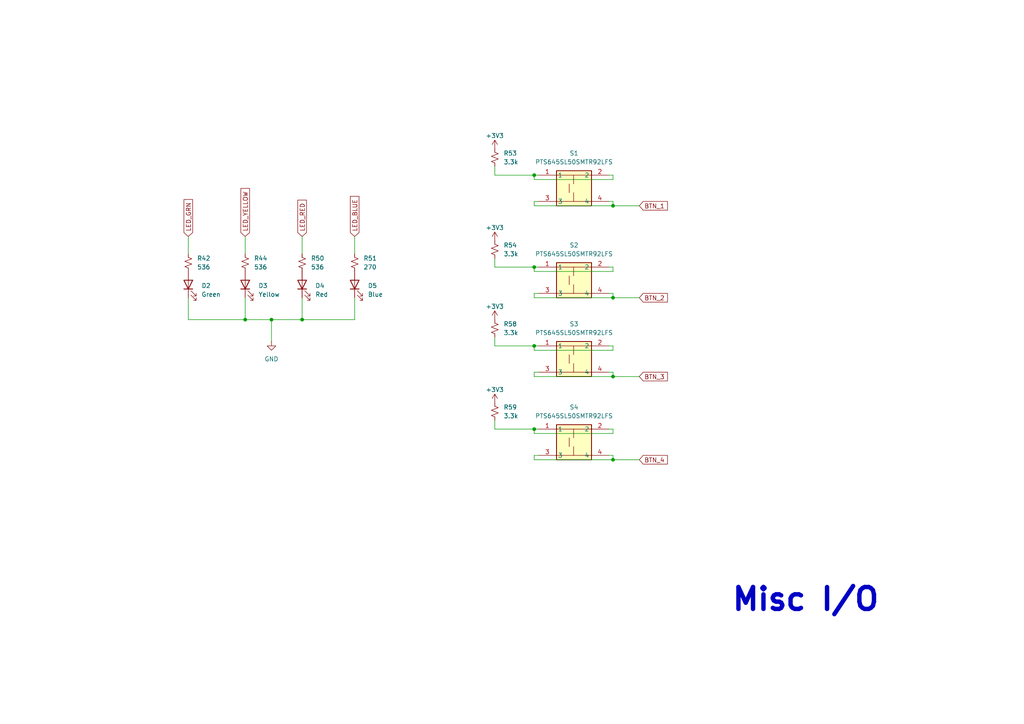
<source format=kicad_sch>
(kicad_sch (version 20231120) (generator "eeschema") (generator_version "8.0")
  (paper "A4")
  (lib_symbols
    (symbol "Device:LED" (pin_numbers hide) (pin_names (offset 1.016) hide)
      (property "Reference" "D" (at 0 2.54 0))
      (property "Value" "LED" (at 0 -2.54 0))
      (symbol "LED_0_1"
        (polyline (pts (xy -1.27 -1.27) (xy -1.27 1.27)) (stroke (width 0.254)))
        (polyline (pts (xy -1.27 0) (xy 1.27 0)))
        (polyline (pts (xy 1.27 -1.27) (xy 1.27 1.27) (xy -1.27 0) (xy 1.27 -1.27)) (stroke (width 0.254)))
        (polyline (pts (xy -3.048 -0.762) (xy -4.572 -2.286) (xy -3.81 -2.286) (xy -4.572 -2.286) (xy -4.572 -1.524)))
        (polyline (pts (xy -1.778 -0.762) (xy -3.302 -2.286) (xy -2.54 -2.286) (xy -3.302 -2.286) (xy -3.302 -1.524)))
      )
      (symbol "LED_1_1"
        (pin passive line (at -3.81 0 0) (length 2.54) (name "K") (number "1"))
        (pin passive line (at 3.81 0 180) (length 2.54) (name "A") (number "2"))
      )
    )
    (symbol "Device:R_Small_US" (pin_numbers hide) (pin_names (offset 0.254) hide)
      (property "Reference" "R" (at 0.762 0.508 0))
      (property "Value" "R_Small_US" (at 0.762 -1.016 0))
      (symbol "R_Small_US_1_1"
        (polyline (pts (xy 0 0) (xy 1.016 -0.381) (xy 0 -0.762) (xy -1.016 -1.143) (xy 0 -1.524)))
        (polyline (pts (xy 0 1.524) (xy 1.016 1.143) (xy 0 0.762) (xy -1.016 0.381) (xy 0 0)))
        (pin passive line (at 0 2.54 270) (length 1.016) (name "~") (number "1"))
        (pin passive line (at 0 -2.54 90) (length 1.016) (name "~") (number "2"))
      )
    )
    (symbol "PTS645SL50SMTR92LFS:PTS645SL50SMTR92LFS"
      (property "Reference" "S" (at 16.51 7.62 0))
      (property "Value" "PTS645SL50SMTR92LFS" (at 16.51 5.08 0))
      (symbol "PTS645SL50SMTR92LFS_0_1"
        (polyline (pts (xy 5.08 -6.35) (xy 15.24 -6.35)))
        (polyline (pts (xy 5.08 1.27) (xy 15.24 1.27)))
        (polyline (pts (xy 8.89 -1.27) (xy 8.89 -3.81)))
        (polyline (pts (xy 10.16 -6.35) (xy 10.16 -3.81)))
        (polyline (pts (xy 10.16 1.27) (xy 10.16 -1.27)))
      )
      (symbol "PTS645SL50SMTR92LFS_1_1"
        (rectangle (start 5.207 2.54) (end 15.367 -7.62) (stroke (width 0.254)) (fill (type background)))
        (pin passive line (at 0 1.27 0) (length 5.08) (name "1") (number "1"))
        (pin passive line (at 20.32 1.27 180) (length 5.08) (name "2") (number "2"))
        (pin passive line (at 0 -6.35 0) (length 5.08) (name "3") (number "3"))
        (pin passive line (at 20.32 -6.35 180) (length 5.08) (name "4") (number "4"))
      )
    )
    (symbol "power:+3V3" (power) (pin_numbers hide) (pin_names (offset 0) hide)
      (property "Value" "+3V3" (at 0 3.556 0))
      (symbol "+3V3_0_1"
        (polyline (pts (xy -0.762 1.27) (xy 0 2.54)))
        (polyline (pts (xy 0 0) (xy 0 2.54)))
        (polyline (pts (xy 0 2.54) (xy 0.762 1.27)))
      )
      (symbol "+3V3_1_1"
        (pin power_in line (at 0 0 90) (length 0) (name "~") (number "1"))
      )
    )
    (symbol "power:GND" (power) (pin_numbers hide) (pin_names (offset 0) hide)
      (property "Value" "GND" (at 0 -3.81 0))
      (symbol "GND_0_1"
        (polyline (pts (xy 0 0) (xy 0 -1.27) (xy 1.27 -1.27) (xy 0 -2.54) (xy -1.27 -1.27) (xy 0 -1.27)))
      )
      (symbol "GND_1_1"
        (pin power_in line (at 0 0 270) (length 0) (name "~") (number "1"))
      )
    )
  )
  (junction (at 71.12 92.71))
  (junction (at 154.94 100.33))
  (junction (at 87.63 92.71))
  (junction (at 154.94 77.47))
  (junction (at 177.8 86.36))
  (junction (at 78.74 92.71))
  (junction (at 154.94 50.8))
  (junction (at 154.94 124.46))
  (junction (at 177.8 109.22))
  (junction (at 177.8 59.69))
  (junction (at 177.8 133.35))
  (wire (pts (xy 154.94 109.22) (xy 177.8 109.22)))
  (wire (pts (xy 54.61 86.36) (xy 54.61 92.71)))
  (wire (pts (xy 154.94 52.07) (xy 177.8 52.07)))
  (wire (pts (xy 143.51 77.47) (xy 143.51 74.93)))
  (wire (pts (xy 71.12 92.71) (xy 71.12 86.36)))
  (wire (pts (xy 156.21 132.08) (xy 154.94 132.08)))
  (wire (pts (xy 154.94 124.46) (xy 156.21 124.46)))
  (wire (pts (xy 154.94 100.33) (xy 156.21 100.33)))
  (wire (pts (xy 154.94 58.42) (xy 154.94 59.69)))
  (wire (pts (xy 143.51 100.33) (xy 154.94 100.33)))
  (wire (pts (xy 71.12 92.71) (xy 78.74 92.71)))
  (wire (pts (xy 154.94 86.36) (xy 177.8 86.36)))
  (wire (pts (xy 177.8 107.95) (xy 176.53 107.95)))
  (wire (pts (xy 177.8 59.69) (xy 177.8 58.42)))
  (wire (pts (xy 154.94 132.08) (xy 154.94 133.35)))
  (wire (pts (xy 177.8 100.33) (xy 176.53 100.33)))
  (wire (pts (xy 156.21 58.42) (xy 154.94 58.42)))
  (wire (pts (xy 154.94 124.46) (xy 154.94 125.73)))
  (wire (pts (xy 177.8 50.8) (xy 176.53 50.8)))
  (wire (pts (xy 177.8 132.08) (xy 176.53 132.08)))
  (wire (pts (xy 87.63 92.71) (xy 87.63 86.36)))
  (wire (pts (xy 177.8 101.6) (xy 177.8 100.33)))
  (wire (pts (xy 102.87 92.71) (xy 102.87 86.36)))
  (wire (pts (xy 177.8 52.07) (xy 177.8 50.8)))
  (wire (pts (xy 177.8 59.69) (xy 185.42 59.69)))
  (wire (pts (xy 143.51 124.46) (xy 143.51 121.92)))
  (wire (pts (xy 143.51 50.8) (xy 143.51 48.26)))
  (wire (pts (xy 156.21 85.09) (xy 154.94 85.09)))
  (wire (pts (xy 177.8 109.22) (xy 185.42 109.22)))
  (wire (pts (xy 143.51 124.46) (xy 154.94 124.46)))
  (wire (pts (xy 154.94 133.35) (xy 177.8 133.35)))
  (wire (pts (xy 154.94 50.8) (xy 156.21 50.8)))
  (wire (pts (xy 177.8 133.35) (xy 177.8 132.08)))
  (wire (pts (xy 177.8 86.36) (xy 185.42 86.36)))
  (wire (pts (xy 177.8 133.35) (xy 185.42 133.35)))
  (wire (pts (xy 177.8 124.46) (xy 176.53 124.46)))
  (wire (pts (xy 154.94 125.73) (xy 177.8 125.73)))
  (wire (pts (xy 177.8 77.47) (xy 176.53 77.47)))
  (wire (pts (xy 102.87 68.58) (xy 102.87 73.66)))
  (wire (pts (xy 177.8 86.36) (xy 177.8 85.09)))
  (wire (pts (xy 87.63 68.58) (xy 87.63 73.66)))
  (wire (pts (xy 87.63 92.71) (xy 102.87 92.71)))
  (wire (pts (xy 154.94 59.69) (xy 177.8 59.69)))
  (wire (pts (xy 154.94 100.33) (xy 154.94 101.6)))
  (wire (pts (xy 177.8 109.22) (xy 177.8 107.95)))
  (wire (pts (xy 154.94 101.6) (xy 177.8 101.6)))
  (wire (pts (xy 154.94 77.47) (xy 154.94 78.74)))
  (wire (pts (xy 143.51 100.33) (xy 143.51 97.79)))
  (wire (pts (xy 78.74 92.71) (xy 87.63 92.71)))
  (wire (pts (xy 154.94 77.47) (xy 156.21 77.47)))
  (wire (pts (xy 143.51 50.8) (xy 154.94 50.8)))
  (wire (pts (xy 177.8 58.42) (xy 176.53 58.42)))
  (wire (pts (xy 71.12 68.58) (xy 71.12 73.66)))
  (wire (pts (xy 154.94 78.74) (xy 177.8 78.74)))
  (wire (pts (xy 154.94 107.95) (xy 154.94 109.22)))
  (wire (pts (xy 154.94 50.8) (xy 154.94 52.07)))
  (wire (pts (xy 177.8 78.74) (xy 177.8 77.47)))
  (wire (pts (xy 143.51 77.47) (xy 154.94 77.47)))
  (wire (pts (xy 156.21 107.95) (xy 154.94 107.95)))
  (wire (pts (xy 177.8 125.73) (xy 177.8 124.46)))
  (wire (pts (xy 177.8 85.09) (xy 176.53 85.09)))
  (wire (pts (xy 154.94 85.09) (xy 154.94 86.36)))
  (wire (pts (xy 54.61 92.71) (xy 71.12 92.71)))
  (wire (pts (xy 54.61 68.58) (xy 54.61 73.66)))
  (wire (pts (xy 78.74 99.06) (xy 78.74 92.71)))
  (text "Misc I/O" (at 233.68 173.99 0) (effects (font (size 6.35 6.35) (bold yes))))
  (global_label "LED_YELLOW" (shape input) (at 71.12 68.58 90) (property "Intersheetrefs" "${INTERSHEET_REFS}" (effects (hide yes))))
  (global_label "BTN_2" (shape input) (at 185.42 86.36 0) (property "Intersheetrefs" "${INTERSHEET_REFS}" (effects (hide yes))))
  (global_label "BTN_3" (shape input) (at 185.42 109.22 0) (property "Intersheetrefs" "${INTERSHEET_REFS}" (effects (hide yes))))
  (global_label "BTN_1" (shape input) (at 185.42 59.69 0) (property "Intersheetrefs" "${INTERSHEET_REFS}" (effects (hide yes))))
  (global_label "LED_BLUE" (shape input) (at 102.87 68.58 90) (property "Intersheetrefs" "${INTERSHEET_REFS}" (effects (hide yes))))
  (global_label "LED_RED" (shape input) (at 87.63 68.58 90) (property "Intersheetrefs" "${INTERSHEET_REFS}" (effects (hide yes))))
  (global_label "BTN_4" (shape input) (at 185.42 133.35 0) (property "Intersheetrefs" "${INTERSHEET_REFS}" (effects (hide yes))))
  (global_label "LED_GRN" (shape input) (at 54.61 68.58 90) (property "Intersheetrefs" "${INTERSHEET_REFS}" (effects (hide yes))))
  (symbol (lib_id "power:GND") (at 78.74 99.06 0) (unit 1)
    (property "Reference" "#PWR010" (effects (hide yes)))
    (property "Value" "GND" (at 78.74 104.14 0))
    (property "Description" "Power symbol creates a global label with name \"GND\" , ground" (effects (hide yes)))
  )
  (symbol (lib_id "Device:LED") (at 71.12 82.55 90) (unit 1)
    (property "Reference" "D3" (at 74.93 82.8674 90) (effects (justify right)))
    (property "Value" "Yellow" (at 74.93 85.4074 90) (effects (justify right)))
    (property "Footprint" "Wurth-150080xS7500-Series:Wurth_150080xS7500_0805" (effects (hide yes)))
    (property "Datasheet" "https://www.we-online.com/components/products/datasheet/150080YS75000.pdf" (effects (hide yes)))
    (property "Description" "Light emitting diode" (effects (hide yes)))
    (property "Digikey" "https://www.digikey.com/en/products/detail/w%C3%BCrth-elektronik/150080YS75000/4489927" (effects (hide yes)))
    (property "Mfgr" "Wurth" (effects (hide yes)))
    (property "MPN" "150080YS75000" (effects (hide yes)))
  )
  (symbol (lib_id "Device:R_Small_US") (at 143.51 119.38 0) (unit 1)
    (property "Reference" "R59" (at 146.05 118.1099 0) (effects (justify left)))
    (property "Value" "3.3k" (at 146.05 120.6499 0) (effects (justify left)))
    (property "Footprint" "PCM_Resistor_SMD_AKL:R_0805_2012Metric_Pad1.15x1.40mm" (effects (hide yes)))
    (property "Datasheet" "https://www.yageo.com/upload/media/product/products/datasheet/rchip/PYu-RC_Group_51_RoHS_L_12.pdf" (effects (hide yes)))
    (property "Description" "Resistor, small US symbol" (effects (hide yes)))
    (property "Mfgr" "YAGEO" (effects (hide yes)))
    (property "MPN" "RC0805FR-073K3L" (effects (hide yes)))
    (property "Digikey" "https://www.digikey.com/en/products/detail/yageo/rc0805fr-073k3l/727813" (effects (hide yes)))
  )
  (symbol (lib_id "Device:R_Small_US") (at 54.61 76.2 0) (unit 1)
    (property "Reference" "R42" (at 57.15 74.9299 0) (effects (justify left)))
    (property "Value" "536" (at 57.15 77.4699 0) (effects (justify left)))
    (property "Footprint" "PCM_Resistor_SMD_AKL:R_0805_2012Metric_Pad1.15x1.40mm" (effects (hide yes)))
    (property "Datasheet" "https://www.yageo.com/upload/media/product/products/datasheet/rchip/PYu-RC_Group_51_RoHS_L_12.pdf" (effects (hide yes)))
    (property "Description" "Resistor, small US symbol" (effects (hide yes)))
    (property "Mfgr" "YAGEO" (effects (hide yes)))
    (property "MPN" "RC0805FR-07536RL" (effects (hide yes)))
    (property "Digikey" "https://www.digikey.com/en/products/detail/yageo/rc0805fr-07536rl/728026" (effects (hide yes)))
  )
  (symbol (lib_id "power:+3V3") (at 143.51 116.84 0) (unit 1)
    (property "Reference" "#PWR017" (effects (hide yes)))
    (property "Value" "+3V3" (at 143.51 113.03 0))
    (property "Description" "Power symbol creates a global label with name \"+3V3\"" (effects (hide yes)))
  )
  (symbol (lib_id "Device:LED") (at 54.61 82.55 90) (unit 1)
    (property "Reference" "D2" (at 58.42 82.8674 90) (effects (justify right)))
    (property "Value" "Green" (at 58.42 85.4074 90) (effects (justify right)))
    (property "Footprint" "Wurth-150080xS7500-Series:Wurth_150080xS7500_0805" (effects (hide yes)))
    (property "Datasheet" "https://www.we-online.com/components/products/datasheet/150080VS75000.pdf" (effects (hide yes)))
    (property "Description" "Light emitting diode" (effects (hide yes)))
    (property "Digikey" "https://www.digikey.com/en/products/detail/w%C3%BCrth-elektronik/150080VS75000/4489924" (effects (hide yes)))
    (property "Mfgr" "Wurth" (effects (hide yes)))
    (property "MPN" "150080VS75000" (effects (hide yes)))
  )
  (symbol (lib_id "power:+3V3") (at 143.51 92.71 0) (unit 1)
    (property "Reference" "#PWR016" (effects (hide yes)))
    (property "Value" "+3V3" (at 143.51 88.9 0))
    (property "Description" "Power symbol creates a global label with name \"+3V3\"" (effects (hide yes)))
  )
  (symbol (lib_id "Device:LED") (at 102.87 82.55 90) (unit 1)
    (property "Reference" "D5" (at 106.68 82.8674 90) (effects (justify right)))
    (property "Value" "Blue" (at 106.68 85.4074 90) (effects (justify right)))
    (property "Footprint" "Wurth-150080xS7500-Series:Wurth_150080xS7500_0805" (effects (hide yes)))
    (property "Datasheet" "https://www.we-online.com/components/products/datasheet/150080BS75000.pdf" (effects (hide yes)))
    (property "Description" "Light emitting diode" (effects (hide yes)))
    (property "Digikey" "https://www.digikey.com/en/products/detail/w%C3%BCrth-elektronik/150080BS75000/4489912" (effects (hide yes)))
    (property "Mfgr" "Wurth" (effects (hide yes)))
    (property "MPN" "150080BS75000" (effects (hide yes)))
  )
  (symbol (lib_id "PTS645SL50SMTR92LFS:PTS645SL50SMTR92LFS") (at 156.21 101.6 0) (unit 1)
    (property "Reference" "S3" (at 166.497 93.98 0))
    (property "Value" "PTS645SL50SMTR92LFS" (at 166.497 96.52 0))
    (property "Footprint" "PTS645SL50SMTR92LFS:PTS645SMT" (effects (hide yes)))
    (property "Datasheet" "https://www.ckswitches.com/media/1471/pts645.pdf" (effects (hide yes)))
    (property "Description" "PTS645SL50SMTR92LFS (Tactile Switches)" (effects (hide yes)))
    (property "Mouser Part Number" "611-PTS645SL50SMTR92" (effects (hide yes)))
    (property "Mouser Price/Stock" "https://www.mouser.co.uk/ProductDetail/CK/PTS645SL50SMTR92LFS?qs=2S%252Bb0lY%2FSrDxgBTvF2oxVQ%3D%3D" (effects (hide yes)))
    (property "Mfgr" "C & K COMPONENTS" (effects (hide yes)))
    (property "MPN" "PTS645SL50SMTR92LFS" (effects (hide yes)))
    (property "Digikey" "https://www.digikey.com/en/products/detail/c-k/PTS645SL50SMTR92-LFS/1279107" (effects (hide yes)))
  )
  (symbol (lib_id "PTS645SL50SMTR92LFS:PTS645SL50SMTR92LFS") (at 156.21 52.07 0) (unit 1)
    (property "Reference" "S1" (at 166.497 44.45 0))
    (property "Value" "PTS645SL50SMTR92LFS" (at 166.497 46.99 0))
    (property "Footprint" "PTS645SL50SMTR92LFS:PTS645SMT" (effects (hide yes)))
    (property "Datasheet" "https://www.ckswitches.com/media/1471/pts645.pdf" (effects (hide yes)))
    (property "Description" "PTS645SL50SMTR92LFS (Tactile Switches)" (effects (hide yes)))
    (property "Mouser Part Number" "611-PTS645SL50SMTR92" (effects (hide yes)))
    (property "Mouser Price/Stock" "https://www.mouser.co.uk/ProductDetail/CK/PTS645SL50SMTR92LFS?qs=2S%252Bb0lY%2FSrDxgBTvF2oxVQ%3D%3D" (effects (hide yes)))
    (property "Mfgr" "C & K COMPONENTS" (effects (hide yes)))
    (property "MPN" "PTS645SL50SMTR92LFS" (effects (hide yes)))
    (property "Digikey" "https://www.digikey.com/en/products/detail/c-k/PTS645SL50SMTR92-LFS/1279107" (effects (hide yes)))
  )
  (symbol (lib_id "Device:R_Small_US") (at 102.87 76.2 0) (unit 1)
    (property "Reference" "R51" (at 105.41 74.9299 0) (effects (justify left)))
    (property "Value" "270" (at 105.41 77.4699 0) (effects (justify left)))
    (property "Footprint" "PCM_Resistor_SMD_AKL:R_0805_2012Metric_Pad1.15x1.40mm" (effects (hide yes)))
    (property "Datasheet" "https://www.yageo.com/upload/media/product/products/datasheet/rchip/PYu-RC_Group_51_RoHS_L_12.pdf" (effects (hide yes)))
    (property "Description" "Resistor, small US symbol" (effects (hide yes)))
    (property "Mfgr" "YAGEO" (effects (hide yes)))
    (property "MPN" "RC0805FR-07270RL" (effects (hide yes)))
    (property "Digikey" "https://www.digikey.com/en/products/detail/yageo/rc0805fr-07270rl/727783" (effects (hide yes)))
  )
  (symbol (lib_id "Device:R_Small_US") (at 143.51 72.39 0) (unit 1)
    (property "Reference" "R54" (at 146.05 71.1199 0) (effects (justify left)))
    (property "Value" "3.3k" (at 146.05 73.6599 0) (effects (justify left)))
    (property "Footprint" "PCM_Resistor_SMD_AKL:R_0805_2012Metric_Pad1.15x1.40mm" (effects (hide yes)))
    (property "Datasheet" "https://www.yageo.com/upload/media/product/products/datasheet/rchip/PYu-RC_Group_51_RoHS_L_12.pdf" (effects (hide yes)))
    (property "Description" "Resistor, small US symbol" (effects (hide yes)))
    (property "Mfgr" "YAGEO" (effects (hide yes)))
    (property "MPN" "RC0805FR-073K3L" (effects (hide yes)))
    (property "Digikey" "https://www.digikey.com/en/products/detail/yageo/rc0805fr-073k3l/727813" (effects (hide yes)))
  )
  (symbol (lib_id "power:+3V3") (at 143.51 43.18 0) (unit 1)
    (property "Reference" "#PWR014" (effects (hide yes)))
    (property "Value" "+3V3" (at 143.51 39.37 0))
    (property "Description" "Power symbol creates a global label with name \"+3V3\"" (effects (hide yes)))
  )
  (symbol (lib_id "Device:R_Small_US") (at 87.63 76.2 0) (unit 1)
    (property "Reference" "R50" (at 90.17 74.9299 0) (effects (justify left)))
    (property "Value" "536" (at 90.17 77.4699 0) (effects (justify left)))
    (property "Footprint" "PCM_Resistor_SMD_AKL:R_0805_2012Metric_Pad1.15x1.40mm" (effects (hide yes)))
    (property "Datasheet" "https://www.yageo.com/upload/media/product/products/datasheet/rchip/PYu-RC_Group_51_RoHS_L_12.pdf" (effects (hide yes)))
    (property "Description" "Resistor, small US symbol" (effects (hide yes)))
    (property "Mfgr" "YAGEO" (effects (hide yes)))
    (property "MPN" "RC0805FR-07536RL" (effects (hide yes)))
    (property "Digikey" "https://www.digikey.com/en/products/detail/yageo/rc0805fr-07536rl/728026" (effects (hide yes)))
  )
  (symbol (lib_id "Device:R_Small_US") (at 71.12 76.2 0) (unit 1)
    (property "Reference" "R44" (at 73.66 74.9299 0) (effects (justify left)))
    (property "Value" "536" (at 73.66 77.4699 0) (effects (justify left)))
    (property "Footprint" "PCM_Resistor_SMD_AKL:R_0805_2012Metric_Pad1.15x1.40mm" (effects (hide yes)))
    (property "Datasheet" "https://www.yageo.com/upload/media/product/products/datasheet/rchip/PYu-RC_Group_51_RoHS_L_12.pdf" (effects (hide yes)))
    (property "Description" "Resistor, small US symbol" (effects (hide yes)))
    (property "Mfgr" "YAGEO" (effects (hide yes)))
    (property "MPN" "RC0805FR-07536RL" (effects (hide yes)))
    (property "Digikey" "https://www.digikey.com/en/products/detail/yageo/rc0805fr-07536rl/728026" (effects (hide yes)))
  )
  (symbol (lib_id "Device:R_Small_US") (at 143.51 45.72 0) (unit 1)
    (property "Reference" "R53" (at 146.05 44.4499 0) (effects (justify left)))
    (property "Value" "3.3k" (at 146.05 46.9899 0) (effects (justify left)))
    (property "Footprint" "PCM_Resistor_SMD_AKL:R_0805_2012Metric_Pad1.15x1.40mm" (effects (hide yes)))
    (property "Datasheet" "https://www.yageo.com/upload/media/product/products/datasheet/rchip/PYu-RC_Group_51_RoHS_L_12.pdf" (effects (hide yes)))
    (property "Description" "Resistor, small US symbol" (effects (hide yes)))
    (property "Mfgr" "YAGEO" (effects (hide yes)))
    (property "MPN" "RC0805FR-073K3L" (effects (hide yes)))
    (property "Digikey" "https://www.digikey.com/en/products/detail/yageo/rc0805fr-073k3l/727813" (effects (hide yes)))
  )
  (symbol (lib_id "PTS645SL50SMTR92LFS:PTS645SL50SMTR92LFS") (at 156.21 125.73 0) (unit 1)
    (property "Reference" "S4" (at 166.497 118.11 0))
    (property "Value" "PTS645SL50SMTR92LFS" (at 166.497 120.65 0))
    (property "Footprint" "PTS645SL50SMTR92LFS:PTS645SMT" (effects (hide yes)))
    (property "Datasheet" "https://www.ckswitches.com/media/1471/pts645.pdf" (effects (hide yes)))
    (property "Description" "PTS645SL50SMTR92LFS (Tactile Switches)" (effects (hide yes)))
    (property "Mouser Part Number" "611-PTS645SL50SMTR92" (effects (hide yes)))
    (property "Mouser Price/Stock" "https://www.mouser.co.uk/ProductDetail/CK/PTS645SL50SMTR92LFS?qs=2S%252Bb0lY%2FSrDxgBTvF2oxVQ%3D%3D" (effects (hide yes)))
    (property "Mfgr" "C & K COMPONENTS" (effects (hide yes)))
    (property "MPN" "PTS645SL50SMTR92LFS" (effects (hide yes)))
    (property "Digikey" "https://www.digikey.com/en/products/detail/c-k/PTS645SL50SMTR92-LFS/1279107" (effects (hide yes)))
  )
  (symbol (lib_id "PTS645SL50SMTR92LFS:PTS645SL50SMTR92LFS") (at 156.21 78.74 0) (unit 1)
    (property "Reference" "S2" (at 166.497 71.12 0))
    (property "Value" "PTS645SL50SMTR92LFS" (at 166.497 73.66 0))
    (property "Footprint" "PTS645SL50SMTR92LFS:PTS645SMT" (effects (hide yes)))
    (property "Datasheet" "https://www.ckswitches.com/media/1471/pts645.pdf" (effects (hide yes)))
    (property "Description" "PTS645SL50SMTR92LFS (Tactile Switches)" (effects (hide yes)))
    (property "Mouser Part Number" "611-PTS645SL50SMTR92" (effects (hide yes)))
    (property "Mouser Price/Stock" "https://www.mouser.co.uk/ProductDetail/CK/PTS645SL50SMTR92LFS?qs=2S%252Bb0lY%2FSrDxgBTvF2oxVQ%3D%3D" (effects (hide yes)))
    (property "Mfgr" "C & K COMPONENTS" (effects (hide yes)))
    (property "MPN" "PTS645SL50SMTR92LFS" (effects (hide yes)))
    (property "Digikey" "https://www.digikey.com/en/products/detail/c-k/PTS645SL50SMTR92-LFS/1279107" (effects (hide yes)))
  )
  (symbol (lib_id "Device:LED") (at 87.63 82.55 90) (unit 1)
    (property "Reference" "D4" (at 91.44 82.8674 90) (effects (justify right)))
    (property "Value" "Red" (at 91.44 85.4074 90) (effects (justify right)))
    (property "Footprint" "Wurth-150080xS7500-Series:Wurth_150080xS7500_0805" (effects (hide yes)))
    (property "Datasheet" "https://www.we-online.com/components/products/datasheet/150080SS75000.pdf" (effects (hide yes)))
    (property "Description" "Light emitting diode" (effects (hide yes)))
    (property "Digikey" "https://www.digikey.com/en/products/detail/w%C3%BCrth-elektronik/150080SS75000/4489921" (effects (hide yes)))
    (property "Mfgr" "Wurth" (effects (hide yes)))
    (property "MPN" "150080SS75000" (effects (hide yes)))
  )
  (symbol (lib_id "power:+3V3") (at 143.51 69.85 0) (unit 1)
    (property "Reference" "#PWR015" (effects (hide yes)))
    (property "Value" "+3V3" (at 143.51 66.04 0))
    (property "Description" "Power symbol creates a global label with name \"+3V3\"" (effects (hide yes)))
  )
  (symbol (lib_id "Device:R_Small_US") (at 143.51 95.25 0) (unit 1)
    (property "Reference" "R58" (at 146.05 93.9799 0) (effects (justify left)))
    (property "Value" "3.3k" (at 146.05 96.5199 0) (effects (justify left)))
    (property "Footprint" "PCM_Resistor_SMD_AKL:R_0805_2012Metric_Pad1.15x1.40mm" (effects (hide yes)))
    (property "Datasheet" "https://www.yageo.com/upload/media/product/products/datasheet/rchip/PYu-RC_Group_51_RoHS_L_12.pdf" (effects (hide yes)))
    (property "Description" "Resistor, small US symbol" (effects (hide yes)))
    (property "Mfgr" "YAGEO" (effects (hide yes)))
    (property "MPN" "RC0805FR-073K3L" (effects (hide yes)))
    (property "Digikey" "https://www.digikey.com/en/products/detail/yageo/rc0805fr-073k3l/727813" (effects (hide yes)))
  )
)
</source>
